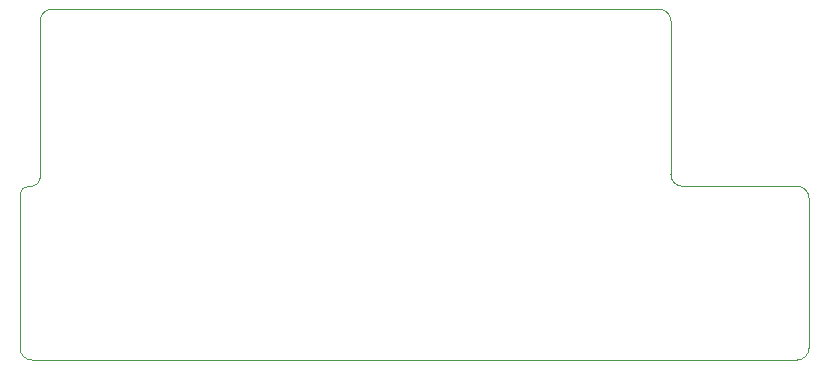
<source format=gbr>
%TF.GenerationSoftware,KiCad,Pcbnew,5.99.0-unknown-acf13a186~104~ubuntu20.04.1*%
%TF.CreationDate,2020-09-23T11:22:33+02:00*%
%TF.ProjectId,matrixctl,6d617472-6978-4637-946c-2e6b69636164,rev?*%
%TF.SameCoordinates,Original*%
%TF.FileFunction,Profile,NP*%
%FSLAX46Y46*%
G04 Gerber Fmt 4.6, Leading zero omitted, Abs format (unit mm)*
G04 Created by KiCad (PCBNEW 5.99.0-unknown-acf13a186~104~ubuntu20.04.1) date 2020-09-23 11:22:33*
%MOMM*%
%LPD*%
G01*
G04 APERTURE LIST*
%TA.AperFunction,Profile*%
%ADD10C,0.050000*%
%TD*%
G04 APERTURE END LIST*
D10*
X95500000Y-119300000D02*
G75*
G03*
X94800000Y-120000000I0J-700000D01*
G01*
X96500000Y-105300000D02*
X96500000Y-118600000D01*
X95800000Y-119300000D02*
G75*
G03*
X96500000Y-118600000I0J700000D01*
G01*
X94800000Y-120000000D02*
X94800000Y-133000000D01*
X97500000Y-104300000D02*
G75*
G03*
X96500000Y-105300000I0J-1000000D01*
G01*
X94800000Y-133000000D02*
G75*
G03*
X95800000Y-134000000I1000000J0D01*
G01*
X160600000Y-119300000D02*
X150900000Y-119300000D01*
X149900000Y-118300000D02*
G75*
G03*
X150900000Y-119300000I1000000J0D01*
G01*
X160600000Y-134000000D02*
G75*
G03*
X161600000Y-133000000I0J1000000D01*
G01*
X95800000Y-134000000D02*
X160600000Y-134000000D01*
X95500000Y-119300000D02*
X95800000Y-119300000D01*
X161600000Y-133000000D02*
X161600000Y-120300000D01*
X149900000Y-105300000D02*
G75*
G03*
X148900000Y-104300000I-1000000J0D01*
G01*
X148900000Y-104300000D02*
X97500000Y-104300000D01*
X149900000Y-118300000D02*
X149900000Y-105300000D01*
X161600000Y-120300000D02*
G75*
G03*
X160600000Y-119300000I-1000000J0D01*
G01*
M02*

</source>
